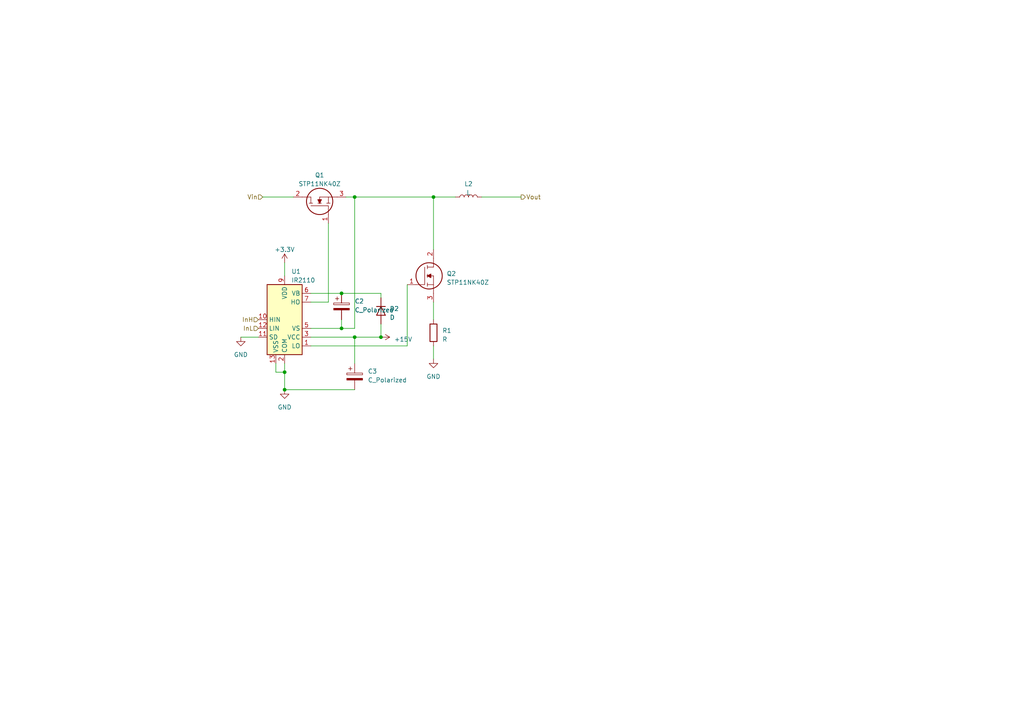
<source format=kicad_sch>
(kicad_sch (version 20230121) (generator eeschema)
  (paper "A4")
  (lib_symbols
    (symbol "Device:C_Polarized" (pin_numbers hide) (pin_names (offset 0.254))
      (property "Reference" "C" (at 0.635 2.54 0))
      (property "Value" "C_Polarized" (at 0.635 -2.54 0))
      (symbol "C_Polarized_0_1"
        (rectangle (start -2.286 0.508) (end 2.286 1.016))
        (polyline (pts (xy -1.778 2.286) (xy -0.762 2.286)))
        (polyline (pts (xy -1.27 2.794) (xy -1.27 1.778)))
        (rectangle (start 2.286 -0.508) (end -2.286 -1.016) (fill (type outline)))
      )
      (symbol "C_Polarized_1_1"
        (pin passive line (at 0 3.81 270) (length 2.794) (name "~") (number "1"))
        (pin passive line (at 0 -3.81 90) (length 2.794) (name "~") (number "2"))
      )
    )
    (symbol "Device:D" (pin_numbers hide) (pin_names (offset 1.016) hide)
      (property "Reference" "D" (at 0 2.54 0))
      (property "Value" "D" (at 0 -2.54 0))
      (symbol "D_0_1"
        (polyline (pts (xy -1.27 1.27) (xy -1.27 -1.27)) (stroke (width 0.254)))
        (polyline (pts (xy 1.27 0) (xy -1.27 0)))
        (polyline (pts (xy 1.27 1.27) (xy 1.27 -1.27) (xy -1.27 0) (xy 1.27 1.27)) (stroke (width 0.254)))
      )
      (symbol "D_1_1"
        (pin passive line (at -3.81 0 0) (length 2.54) (name "K") (number "1"))
        (pin passive line (at 3.81 0 180) (length 2.54) (name "A") (number "2"))
      )
    )
    (symbol "Device:L" (pin_numbers hide) (pin_names (offset 1.016) hide)
      (property "Reference" "L" (at -1.27 0 90))
      (property "Value" "L" (at 1.905 0 90))
      (symbol "L_0_1"
        (arc (start 0 -2.54) (mid 0.6323 -1.905) (end 0 -1.27))
        (arc (start 0 -1.27) (mid 0.6323 -0.635) (end 0 0))
        (arc (start 0 0) (mid 0.6323 0.635) (end 0 1.27))
        (arc (start 0 1.27) (mid 0.6323 1.905) (end 0 2.54))
      )
      (symbol "L_1_1"
        (pin passive line (at 0 3.81 270) (length 1.27) (name "1") (number "1"))
        (pin passive line (at 0 -3.81 90) (length 1.27) (name "2") (number "2"))
      )
    )
    (symbol "Device:R" (pin_numbers hide) (pin_names (offset 0))
      (property "Reference" "R" (at 2.032 0 90))
      (property "Value" "R" (at 0 0 90))
      (symbol "R_0_1"
        (rectangle (start -1.016 -2.54) (end 1.016 2.54) (stroke (width 0.254)))
      )
      (symbol "R_1_1"
        (pin passive line (at 0 3.81 270) (length 1.27) (name "~") (number "1"))
        (pin passive line (at 0 -3.81 90) (length 1.27) (name "~") (number "2"))
      )
    )
    (symbol "Driver_FET:IR2110"
      (property "Reference" "U" (at 1.27 13.335 0))
      (property "Value" "IR2110" (at 1.27 11.43 0))
      (symbol "IR2110_0_1"
        (rectangle (start -5.08 -10.16) (end 5.08 10.16) (stroke (width 0.254)) (fill (type background)))
      )
      (symbol "IR2110_1_1"
        (pin output line (at 7.62 -7.62 180) (length 2.54) (name "LO") (number "1"))
        (pin input line (at -7.62 0 0) (length 2.54) (name "HIN") (number "10"))
        (pin input line (at -7.62 -5.08 0) (length 2.54) (name "SD") (number "11"))
        (pin input line (at -7.62 -2.54 0) (length 2.54) (name "LIN") (number "12"))
        (pin power_in line (at -2.54 -12.7 90) (length 2.54) (name "VSS") (number "13"))
        (pin no_connect line (at -5.08 2.54 0) (length 2.54) hide (name "NC") (number "14"))
        (pin power_in line (at 0 -12.7 90) (length 2.54) (name "COM") (number "2"))
        (pin power_in line (at 7.62 -5.08 180) (length 2.54) (name "VCC") (number "3"))
        (pin no_connect line (at -5.08 7.62 0) (length 2.54) hide (name "NC") (number "4"))
        (pin passive line (at 7.62 -2.54 180) (length 2.54) (name "VS") (number "5"))
        (pin passive line (at 7.62 7.62 180) (length 2.54) (name "VB") (number "6"))
        (pin output line (at 7.62 5.08 180) (length 2.54) (name "HO") (number "7"))
        (pin no_connect line (at -5.08 5.08 0) (length 2.54) hide (name "NC") (number "8"))
        (pin power_in line (at 0 12.7 270) (length 2.54) (name "VDD") (number "9"))
      )
    )
    (symbol "ProjLib:STP11NK40Z" (pin_names (offset 0.762))
      (property "Reference" "Q" (at 11.43 3.81 0))
      (property "Value" "STP11NK40Z" (at 11.43 1.27 0))
      (symbol "STP11NK40Z_0_0"
        (pin passive line (at 0 0 0) (length 2.54) (name "~") (number "1"))
        (pin passive line (at 7.62 10.16 270) (length 2.54) (name "~") (number "2"))
        (pin passive line (at 7.62 -5.08 90) (length 2.54) (name "~") (number "3"))
      )
      (symbol "STP11NK40Z_0_1"
        (polyline (pts (xy 5.842 -0.508) (xy 5.842 0.508)) (stroke (width 0.1524)))
        (polyline (pts (xy 5.842 0) (xy 7.62 0)) (stroke (width 0.1524)))
        (polyline (pts (xy 5.842 2.032) (xy 5.842 3.048)) (stroke (width 0.1524)))
        (polyline (pts (xy 5.842 5.588) (xy 5.842 4.572)) (stroke (width 0.1524)))
        (polyline (pts (xy 7.62 2.54) (xy 5.842 2.54)) (stroke (width 0.1524)))
        (polyline (pts (xy 7.62 2.54) (xy 7.62 -2.54)) (stroke (width 0.1524)))
        (polyline (pts (xy 7.62 5.08) (xy 5.842 5.08)) (stroke (width 0.1524)))
        (polyline (pts (xy 7.62 5.08) (xy 7.62 7.62)) (stroke (width 0.1524)))
        (polyline (pts (xy 2.54 0) (xy 5.08 0) (xy 5.08 5.08)) (stroke (width 0.1524)))
        (polyline (pts (xy 5.842 2.54) (xy 6.858 3.048) (xy 6.858 2.032) (xy 5.842 2.54)) (stroke (width 0.254)) (fill (type outline)))
        (circle (center 6.35 2.54) (radius 3.81) (stroke (width 0.254)))
      )
    )
    (symbol "power:+15V" (power) (pin_names (offset 0))
      (property "Value" "+15V" (at 0 3.556 0))
      (symbol "+15V_0_1"
        (polyline (pts (xy -0.762 1.27) (xy 0 2.54)))
        (polyline (pts (xy 0 0) (xy 0 2.54)))
        (polyline (pts (xy 0 2.54) (xy 0.762 1.27)))
      )
      (symbol "+15V_1_1"
        (pin power_in line (at 0 0 90) (length 0) hide (name "+15V") (number "1"))
      )
    )
    (symbol "power:+3.3V" (power) (pin_names (offset 0))
      (property "Value" "+3.3V" (at 0 3.556 0))
      (symbol "+3.3V_0_1"
        (polyline (pts (xy -0.762 1.27) (xy 0 2.54)))
        (polyline (pts (xy 0 0) (xy 0 2.54)))
        (polyline (pts (xy 0 2.54) (xy 0.762 1.27)))
      )
      (symbol "+3.3V_1_1"
        (pin power_in line (at 0 0 90) (length 0) hide (name "+3.3V") (number "1"))
      )
    )
    (symbol "power:GND" (power) (pin_names (offset 0))
      (property "Value" "GND" (at 0 -3.81 0))
      (symbol "GND_0_1"
        (polyline (pts (xy 0 0) (xy 0 -1.27) (xy 1.27 -1.27) (xy 0 -2.54) (xy -1.27 -1.27) (xy 0 -1.27)))
      )
      (symbol "GND_1_1"
        (pin power_in line (at 0 0 270) (length 0) hide (name "GND") (number "1"))
      )
    )
  )
  (junction (at 110.49 97.79))
  (junction (at 125.73 57.15))
  (junction (at 82.55 107.95))
  (junction (at 99.06 95.25))
  (junction (at 99.06 85.09))
  (junction (at 102.87 57.15))
  (junction (at 102.87 97.79))
  (junction (at 82.55 113.03))
  (wire (pts (xy 82.55 113.03) (xy 102.87 113.03)))
  (wire (pts (xy 95.25 64.77) (xy 95.25 87.63)))
  (wire (pts (xy 110.49 85.09) (xy 99.06 85.09)))
  (wire (pts (xy 110.49 86.36) (xy 110.49 85.09)))
  (wire (pts (xy 151.13 57.15) (xy 139.7 57.15)))
  (wire (pts (xy 90.17 95.25) (xy 99.06 95.25)))
  (wire (pts (xy 118.11 100.33) (xy 118.11 82.55)))
  (wire (pts (xy 90.17 100.33) (xy 118.11 100.33)))
  (wire (pts (xy 80.01 107.95) (xy 82.55 107.95)))
  (wire (pts (xy 99.06 95.25) (xy 102.87 95.25)))
  (wire (pts (xy 125.73 57.15) (xy 102.87 57.15)))
  (wire (pts (xy 82.55 107.95) (xy 82.55 113.03)))
  (wire (pts (xy 90.17 87.63) (xy 95.25 87.63)))
  (wire (pts (xy 102.87 57.15) (xy 102.87 95.25)))
  (wire (pts (xy 110.49 97.79) (xy 102.87 97.79)))
  (wire (pts (xy 110.49 93.98) (xy 110.49 97.79)))
  (wire (pts (xy 102.87 97.79) (xy 90.17 97.79)))
  (wire (pts (xy 125.73 92.71) (xy 125.73 87.63)))
  (wire (pts (xy 102.87 57.15) (xy 100.33 57.15)))
  (wire (pts (xy 99.06 92.71) (xy 99.06 95.25)))
  (wire (pts (xy 82.55 76.2) (xy 82.55 80.01)))
  (wire (pts (xy 125.73 57.15) (xy 132.08 57.15)))
  (wire (pts (xy 125.73 72.39) (xy 125.73 57.15)))
  (wire (pts (xy 76.2 57.15) (xy 85.09 57.15)))
  (wire (pts (xy 102.87 105.41) (xy 102.87 97.79)))
  (wire (pts (xy 80.01 105.41) (xy 80.01 107.95)))
  (wire (pts (xy 82.55 105.41) (xy 82.55 107.95)))
  (wire (pts (xy 125.73 104.14) (xy 125.73 100.33)))
  (wire (pts (xy 90.17 85.09) (xy 99.06 85.09)))
  (wire (pts (xy 69.85 97.79) (xy 74.93 97.79)))
  (hierarchical_label "InH" (shape input) (at 74.93 92.71 180))
  (hierarchical_label "Vin" (shape input) (at 76.2 57.15 180))
  (hierarchical_label "InL" (shape input) (at 74.93 95.25 180))
  (hierarchical_label "Vout" (shape output) (at 151.13 57.15 0))
  (symbol (lib_id "ProjLib:STP11NK40Z") (at 95.25 64.77 90) (unit 1)
    (property "Reference" "Q1" (at 92.71 50.8 90))
    (property "Value" "STP11NK40Z" (at 92.71 53.34 90))
    (property "Footprint" "TO255P460X1020X2008-3P" (effects hide))
    (property "Datasheet" "https://componentsearchengine.com/Datasheets/2/STP11NK40Z.pdf" (effects hide))
    (property "Description" "N-channel MOSFET,STP11NK40Z 9A 400V" (effects hide))
    (property "Height" "4.6" (effects hide))
    (property "Manufacturer_Name" "STMicroelectronics" (effects hide))
    (property "Manufacturer_Part_Number" "STP11NK40Z" (effects hide))
    (property "Mouser Part Number" "511-STP11NK40Z" (effects hide))
    (property "Mouser Price/Stock" "https://www.mouser.co.uk/ProductDetail/STMicroelectronics/STP11NK40Z?qs=mLGruWOCTdHv0iaks22itg%3D%3D" (effects hide))
    (property "Arrow Part Number" "STP11NK40Z" (effects hide))
    (property "Arrow Price/Stock" "https://www.arrow.com/en/products/stp11nk40z/stmicroelectronics" (effects hide))
  )
  (symbol (lib_id "Driver_FET:IR2110") (at 82.55 92.71 0) (unit 1)
    (property "Reference" "U1" (at 84.5059 78.74 0) (effects (justify left)))
    (property "Value" "IR2110" (at 84.5059 81.28 0) (effects (justify left)))
    (property "Footprint" "Package_DIP:DIP-14_W7.62mm" (effects hide))
    (property "Datasheet" "https://www.infineon.com/dgdl/ir2110.pdf?fileId=5546d462533600a4015355c80333167e" (effects hide))
  )
  (symbol (lib_id "Device:L") (at 135.89 57.15 90) (unit 1)
    (property "Reference" "L2" (at 135.89 53.34 90))
    (property "Value" "L" (at 135.89 55.88 90))
  )
  (symbol (lib_id "power:GND") (at 69.85 97.79 0) (unit 1)
    (property "Reference" "#PWR08" (effects hide))
    (property "Value" "GND" (at 69.85 102.87 0))
  )
  (symbol (lib_id "Device:R") (at 125.73 96.52 0) (unit 1)
    (property "Reference" "R1" (at 128.27 95.885 0) (effects (justify left)))
    (property "Value" "R" (at 128.27 98.425 0) (effects (justify left)))
  )
  (symbol (lib_id "Device:C_Polarized") (at 99.06 88.9 0) (unit 1)
    (property "Reference" "C2" (at 102.87 87.376 0) (effects (justify left)))
    (property "Value" "C_Polarized" (at 102.87 89.916 0) (effects (justify left)))
  )
  (symbol (lib_id "power:+15V") (at 110.49 97.79 270) (unit 1)
    (property "Reference" "#PWR07" (effects hide))
    (property "Value" "+15V" (at 114.3 98.425 90) (effects (justify left)))
  )
  (symbol (lib_id "power:GND") (at 82.55 113.03 0) (unit 1)
    (property "Reference" "#PWR09" (effects hide))
    (property "Value" "GND" (at 82.55 118.11 0))
  )
  (symbol (lib_id "power:+3.3V") (at 82.55 76.2 0) (unit 1)
    (property "Reference" "#PWR06" (effects hide))
    (property "Value" "+3.3V" (at 82.55 72.39 0))
  )
  (symbol (lib_id "power:GND") (at 125.73 104.14 0) (unit 1)
    (property "Reference" "#PWR05" (effects hide))
    (property "Value" "GND" (at 125.73 109.22 0))
  )
  (symbol (lib_id "Device:C_Polarized") (at 102.87 109.22 0) (unit 1)
    (property "Reference" "C3" (at 106.68 107.696 0) (effects (justify left)))
    (property "Value" "C_Polarized" (at 106.68 110.236 0) (effects (justify left)))
  )
  (symbol (lib_id "Device:D") (at 110.49 90.17 270) (unit 1)
    (property "Reference" "D2" (at 113.03 89.535 90) (effects (justify left)))
    (property "Value" "D" (at 113.03 92.075 90) (effects (justify left)))
    (property "Sim.Device" "D" (effects hide))
    (property "Sim.Pins" "1=K 2=A" (effects hide))
  )
  (symbol (lib_id "ProjLib:STP11NK40Z") (at 118.11 82.55 0) (unit 1)
    (property "Reference" "Q2" (at 129.54 79.375 0) (effects (justify left)))
    (property "Value" "STP11NK40Z" (at 129.54 81.915 0) (effects (justify left)))
    (property "Footprint" "TO255P460X1020X2008-3P" (effects hide))
    (property "Datasheet" "https://componentsearchengine.com/Datasheets/2/STP11NK40Z.pdf" (effects hide))
    (property "Description" "N-channel MOSFET,STP11NK40Z 9A 400V" (effects hide))
    (property "Height" "4.6" (effects hide))
    (property "Manufacturer_Name" "STMicroelectronics" (effects hide))
    (property "Manufacturer_Part_Number" "STP11NK40Z" (effects hide))
    (property "Mouser Part Number" "511-STP11NK40Z" (effects hide))
    (property "Mouser Price/Stock" "https://www.mouser.co.uk/ProductDetail/STMicroelectronics/STP11NK40Z?qs=mLGruWOCTdHv0iaks22itg%3D%3D" (effects hide))
    (property "Arrow Part Number" "STP11NK40Z" (effects hide))
    (property "Arrow Price/Stock" "https://www.arrow.com/en/products/stp11nk40z/stmicroelectronics" (effects hide))
  )
)
</source>
